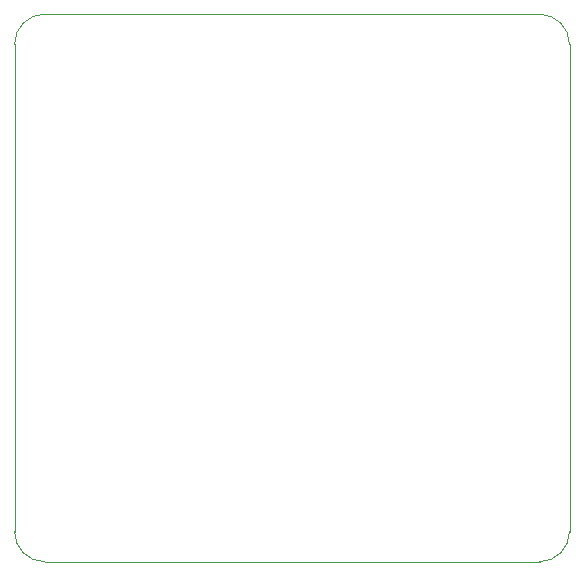
<source format=gbr>
%TF.GenerationSoftware,KiCad,Pcbnew,7.0.2*%
%TF.CreationDate,2023-04-22T16:22:17+02:00*%
%TF.ProjectId,Button_matrix,42757474-6f6e-45f6-9d61-747269782e6b,rev?*%
%TF.SameCoordinates,Original*%
%TF.FileFunction,Profile,NP*%
%FSLAX46Y46*%
G04 Gerber Fmt 4.6, Leading zero omitted, Abs format (unit mm)*
G04 Created by KiCad (PCBNEW 7.0.2) date 2023-04-22 16:22:17*
%MOMM*%
%LPD*%
G01*
G04 APERTURE LIST*
%TA.AperFunction,Profile*%
%ADD10C,0.100000*%
%TD*%
G04 APERTURE END LIST*
D10*
X69850000Y-90170000D02*
G75*
G03*
X72390000Y-92710000I2540000J0D01*
G01*
X116840000Y-48895000D02*
G75*
G03*
X114300000Y-46355000I-2540000J0D01*
G01*
X72390000Y-92710000D02*
X114300000Y-92710000D01*
X114300000Y-46355000D02*
X72390000Y-46355000D01*
X114300000Y-92710000D02*
G75*
G03*
X116840000Y-90170000I0J2540000D01*
G01*
X72390000Y-46355000D02*
G75*
G03*
X69850000Y-48895000I0J-2540000D01*
G01*
X116840000Y-48895000D02*
X116840000Y-90170000D01*
X69850000Y-48895000D02*
X69850000Y-90170000D01*
M02*

</source>
